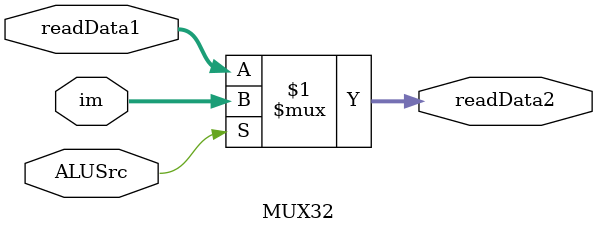
<source format=v>
module MUX32 (
  input ALUSrc,
  input[31:0] readData1,
  input[31:0] im,
  output[31:0] readData2
);
  assign readData2 = ALUSrc ? im : readData1;

endmodule
</source>
